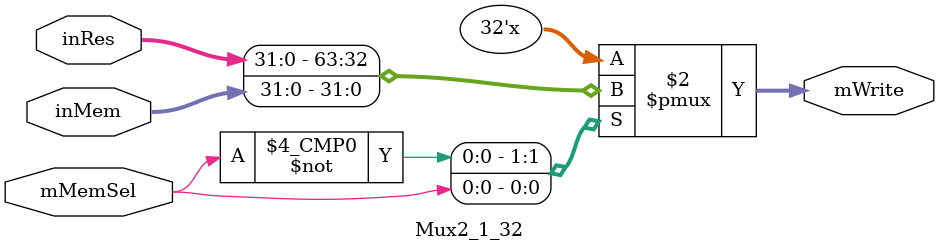
<source format=v>
module Mux2_1_32(
	input [31:0]inRes, inMem,
	input mMemSel,
	output reg [31:0]mWrite
);

//2 - Declaracion de cables y registros

//3 - Cuerpo del modulo

//Bloques secuenciales
always @*
begin
	case(mMemSel)
	1'b0:
		begin
			mWrite = inRes;
		end
	1'b1:
		begin
			mWrite = inMem;
		end
	default:
		begin
			mWrite = 32'bz;
		end
	endcase
end

endmodule

</source>
